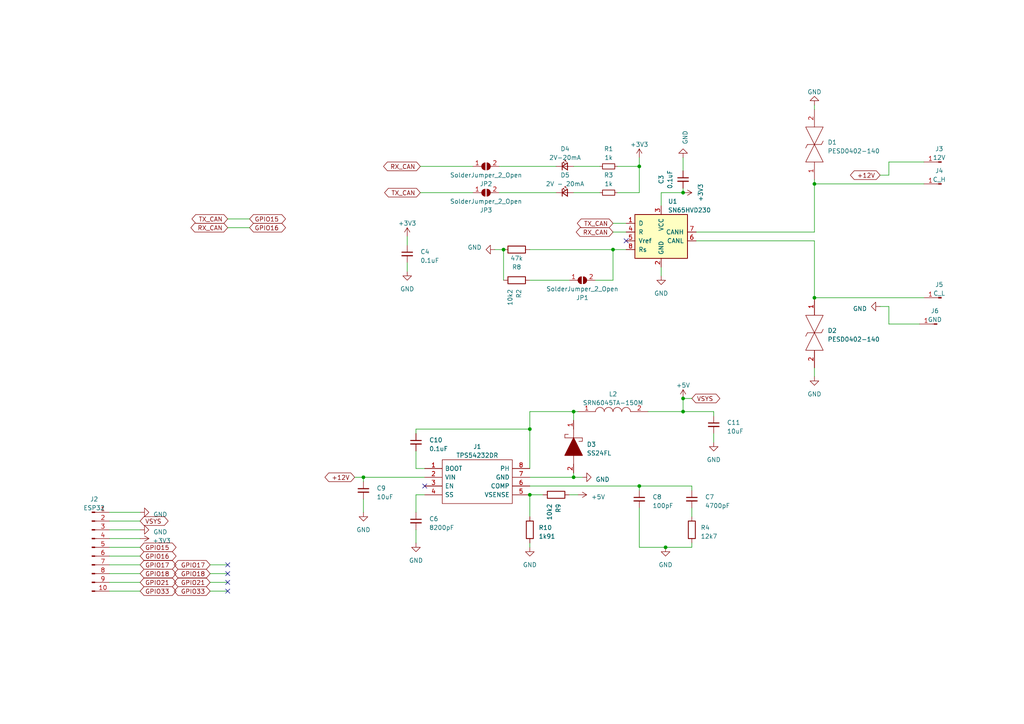
<source format=kicad_sch>
(kicad_sch (version 20230121) (generator eeschema)
  (paper "A4")
  (title_block (title "Main Schematic") (date "2024-04-25") (rev "1") (company "Martin Roger"))
  (lib_symbols
    (symbol "Connector:Conn_01x01_Pin" (pin_names (offset 1.016) hide)
      (property "Reference" "J" (at 0 2.54 0))
      (property "Value" "Conn_01x01_Pin" (at 0 -2.54 0))
      (symbol "Conn_01x01_Pin_1_1"
        (polyline (pts (xy 1.27 0) (xy 0.8636 0)) (stroke (width 0.1524)))
        (rectangle (start 0.8636 0.127) (end 0 -0.127) (stroke (width 0.1524)) (fill (type outline)))
        (pin passive line (at 5.08 0 180) (length 3.81) (name "Pin_1") (number "1"))
      )
    )
    (symbol "Connector:Conn_01x10_Pin" (pin_names (offset 1.016) hide)
      (property "Reference" "J" (at 0 12.7 0))
      (property "Value" "Conn_01x10_Pin" (at 0 -15.24 0))
      (symbol "Conn_01x10_Pin_1_1"
        (polyline (pts (xy 1.27 -12.7) (xy 0.8636 -12.7)) (stroke (width 0.1524)))
        (polyline (pts (xy 1.27 -10.16) (xy 0.8636 -10.16)) (stroke (width 0.1524)))
        (polyline (pts (xy 1.27 -7.62) (xy 0.8636 -7.62)) (stroke (width 0.1524)))
        (polyline (pts (xy 1.27 -5.08) (xy 0.8636 -5.08)) (stroke (width 0.1524)))
        (polyline (pts (xy 1.27 -2.54) (xy 0.8636 -2.54)) (stroke (width 0.1524)))
        (polyline (pts (xy 1.27 0) (xy 0.8636 0)) (stroke (width 0.1524)))
        (polyline (pts (xy 1.27 2.54) (xy 0.8636 2.54)) (stroke (width 0.1524)))
        (polyline (pts (xy 1.27 5.08) (xy 0.8636 5.08)) (stroke (width 0.1524)))
        (polyline (pts (xy 1.27 7.62) (xy 0.8636 7.62)) (stroke (width 0.1524)))
        (polyline (pts (xy 1.27 10.16) (xy 0.8636 10.16)) (stroke (width 0.1524)))
        (rectangle (start 0.8636 -12.573) (end 0 -12.827) (stroke (width 0.1524)) (fill (type outline)))
        (rectangle (start 0.8636 -10.033) (end 0 -10.287) (stroke (width 0.1524)) (fill (type outline)))
        (rectangle (start 0.8636 -7.493) (end 0 -7.747) (stroke (width 0.1524)) (fill (type outline)))
        (rectangle (start 0.8636 -4.953) (end 0 -5.207) (stroke (width 0.1524)) (fill (type outline)))
        (rectangle (start 0.8636 -2.413) (end 0 -2.667) (stroke (width 0.1524)) (fill (type outline)))
        (rectangle (start 0.8636 0.127) (end 0 -0.127) (stroke (width 0.1524)) (fill (type outline)))
        (rectangle (start 0.8636 2.667) (end 0 2.413) (stroke (width 0.1524)) (fill (type outline)))
        (rectangle (start 0.8636 5.207) (end 0 4.953) (stroke (width 0.1524)) (fill (type outline)))
        (rectangle (start 0.8636 7.747) (end 0 7.493) (stroke (width 0.1524)) (fill (type outline)))
        (rectangle (start 0.8636 10.287) (end 0 10.033) (stroke (width 0.1524)) (fill (type outline)))
        (pin passive line (at 5.08 10.16 180) (length 3.81) (name "Pin_1") (number "1"))
        (pin passive line (at 5.08 -12.7 180) (length 3.81) (name "Pin_10") (number "10"))
        (pin passive line (at 5.08 7.62 180) (length 3.81) (name "Pin_2") (number "2"))
        (pin passive line (at 5.08 5.08 180) (length 3.81) (name "Pin_3") (number "3"))
        (pin passive line (at 5.08 2.54 180) (length 3.81) (name "Pin_4") (number "4"))
        (pin passive line (at 5.08 0 180) (length 3.81) (name "Pin_5") (number "5"))
        (pin passive line (at 5.08 -2.54 180) (length 3.81) (name "Pin_6") (number "6"))
        (pin passive line (at 5.08 -5.08 180) (length 3.81) (name "Pin_7") (number "7"))
        (pin passive line (at 5.08 -7.62 180) (length 3.81) (name "Pin_8") (number "8"))
        (pin passive line (at 5.08 -10.16 180) (length 3.81) (name "Pin_9") (number "9"))
      )
    )
    (symbol "Device:C_Small" (pin_numbers hide) (pin_names (offset 0.254) hide)
      (property "Reference" "C" (at 0.254 1.778 0))
      (property "Value" "C_Small" (at 0.254 -2.032 0))
      (symbol "C_Small_0_1"
        (polyline (pts (xy -1.524 -0.508) (xy 1.524 -0.508)) (stroke (width 0.3302)))
        (polyline (pts (xy -1.524 0.508) (xy 1.524 0.508)) (stroke (width 0.3048)))
      )
      (symbol "C_Small_1_1"
        (pin passive line (at 0 2.54 270) (length 2.032) (name "~") (number "1"))
        (pin passive line (at 0 -2.54 90) (length 2.032) (name "~") (number "2"))
      )
    )
    (symbol "Device:LED_Small" (pin_numbers hide) (pin_names (offset 0.254) hide)
      (property "Reference" "D" (at -1.27 3.175 0))
      (property "Value" "LED_Small" (at -4.445 -2.54 0))
      (symbol "LED_Small_0_1"
        (polyline (pts (xy -0.762 -1.016) (xy -0.762 1.016)) (stroke (width 0.254)))
        (polyline (pts (xy 1.016 0) (xy -0.762 0)))
        (polyline (pts (xy 0.762 -1.016) (xy -0.762 0) (xy 0.762 1.016) (xy 0.762 -1.016)) (stroke (width 0.254)))
        (polyline (pts (xy 0 0.762) (xy -0.508 1.27) (xy -0.254 1.27) (xy -0.508 1.27) (xy -0.508 1.016)))
        (polyline (pts (xy 0.508 1.27) (xy 0 1.778) (xy 0.254 1.778) (xy 0 1.778) (xy 0 1.524)))
      )
      (symbol "LED_Small_1_1"
        (pin passive line (at -2.54 0 0) (length 1.778) (name "K") (number "1"))
        (pin passive line (at 2.54 0 180) (length 1.778) (name "A") (number "2"))
      )
    )
    (symbol "Device:R" (pin_numbers hide) (pin_names (offset 0))
      (property "Reference" "R" (at 2.032 0 90))
      (property "Value" "R" (at 0 0 90))
      (symbol "R_0_1"
        (rectangle (start -1.016 -2.54) (end 1.016 2.54) (stroke (width 0.254)))
      )
      (symbol "R_1_1"
        (pin passive line (at 0 3.81 270) (length 1.27) (name "~") (number "1"))
        (pin passive line (at 0 -3.81 90) (length 1.27) (name "~") (number "2"))
      )
    )
    (symbol "Device:R_Small" (pin_numbers hide) (pin_names (offset 0.254) hide)
      (property "Reference" "R" (at 0.762 0.508 0))
      (property "Value" "R_Small" (at 0.762 -1.016 0))
      (symbol "R_Small_0_1"
        (rectangle (start -0.762 1.778) (end 0.762 -1.778) (stroke (width 0.2032)))
      )
      (symbol "R_Small_1_1"
        (pin passive line (at 0 2.54 270) (length 0.762) (name "~") (number "1"))
        (pin passive line (at 0 -2.54 90) (length 0.762) (name "~") (number "2"))
      )
    )
    (symbol "Interface_CAN_LIN:SN65HVD230" (pin_names (offset 1.016))
      (property "Reference" "U" (at -2.54 10.16 0))
      (property "Value" "SN65HVD230" (at -2.54 7.62 0))
      (symbol "SN65HVD230_0_1"
        (rectangle (start -7.62 5.08) (end 7.62 -7.62) (stroke (width 0.254)) (fill (type background)))
      )
      (symbol "SN65HVD230_1_1"
        (pin input line (at -10.16 2.54 0) (length 2.54) (name "D") (number "1"))
        (pin power_in line (at 0 -10.16 90) (length 2.54) (name "GND") (number "2"))
        (pin power_in line (at 0 7.62 270) (length 2.54) (name "VCC") (number "3"))
        (pin output line (at -10.16 0 0) (length 2.54) (name "R") (number "4"))
        (pin output line (at -10.16 -2.54 0) (length 2.54) (name "Vref") (number "5"))
        (pin bidirectional line (at 10.16 -2.54 180) (length 2.54) (name "CANL") (number "6"))
        (pin bidirectional line (at 10.16 0 180) (length 2.54) (name "CANH") (number "7"))
        (pin input line (at -10.16 -5.08 0) (length 2.54) (name "Rs") (number "8"))
      )
    )
    (symbol "Jumper:SolderJumper_2_Open" (pin_names (offset 0) hide)
      (property "Reference" "JP" (at 0 2.032 0))
      (property "Value" "SolderJumper_2_Open" (at 0 -2.54 0))
      (symbol "SolderJumper_2_Open_0_1"
        (arc (start -0.254 1.016) (mid -1.2656 0) (end -0.254 -1.016))
        (arc (start -0.254 1.016) (mid -1.2656 0) (end -0.254 -1.016) (fill (type outline)))
        (polyline (pts (xy -0.254 1.016) (xy -0.254 -1.016)))
        (polyline (pts (xy 0.254 1.016) (xy 0.254 -1.016)))
        (arc (start 0.254 -1.016) (mid 1.2656 0) (end 0.254 1.016))
        (arc (start 0.254 -1.016) (mid 1.2656 0) (end 0.254 1.016) (fill (type outline)))
      )
      (symbol "SolderJumper_2_Open_1_1"
        (pin passive line (at -3.81 0 0) (length 2.54) (name "A") (number "1"))
        (pin passive line (at 3.81 0 180) (length 2.54) (name "B") (number "2"))
      )
    )
    (symbol "SamacSys_Parts:PESD0402-140" (pin_names (offset 0.762))
      (property "Reference" "D" (at 12.7 8.89 0))
      (property "Value" "PESD0402-140" (at 12.7 6.35 0))
      (symbol "PESD0402-140_0_0"
        (pin passive line (at 0 0 0) (length 5.08) (name "~") (number "1"))
        (pin passive line (at 20.32 0 180) (length 5.08) (name "~") (number "2"))
      )
      (symbol "PESD0402-140_0_1"
        (polyline (pts (xy 9.144 2.54) (xy 10.16 2.032)) (stroke (width 0.1524)))
        (polyline (pts (xy 10.16 -2.032) (xy 10.16 2.032)) (stroke (width 0.1524)))
        (polyline (pts (xy 10.16 -2.032) (xy 11.176 -2.54)) (stroke (width 0.1524)))
        (polyline (pts (xy 10.16 0) (xy 5.08 -2.54) (xy 5.08 2.54) (xy 10.16 0)) (stroke (width 0.1524)))
        (polyline (pts (xy 10.16 0) (xy 15.24 -2.54) (xy 15.24 2.54) (xy 10.16 0)) (stroke (width 0.1524)))
      )
    )
    (symbol "SamacSys_Parts:SRN6045TA-150M" (pin_names (offset 0.762))
      (property "Reference" "L" (at 16.51 6.35 0))
      (property "Value" "SRN6045TA-150M" (at 16.51 3.81 0))
      (symbol "SRN6045TA-150M_0_0"
        (pin passive line (at 0 0 0) (length 5.08) (name "~") (number "1"))
        (pin passive line (at 20.32 0 180) (length 5.08) (name "~") (number "2"))
      )
      (symbol "SRN6045TA-150M_0_1"
        (arc (start 7.62 0) (mid 6.35 1.2202) (end 5.08 0) (stroke (width 0.1524)))
        (arc (start 10.16 0) (mid 8.89 1.2202) (end 7.62 0) (stroke (width 0.1524)))
        (arc (start 12.7 0) (mid 11.43 1.2202) (end 10.16 0) (stroke (width 0.1524)))
        (arc (start 15.24 0) (mid 13.97 1.2202) (end 12.7 0) (stroke (width 0.1524)))
      )
    )
    (symbol "SamacSys_Parts:SS24FL" (pin_names (offset 0.762))
      (property "Reference" "D" (at 12.7 8.89 0))
      (property "Value" "SS24FL" (at 12.7 6.35 0))
      (symbol "SS24FL_0_0"
        (pin passive line (at 2.54 0 0) (length 2.54) (name "~") (number "1"))
        (pin passive line (at 17.78 0 180) (length 2.54) (name "~") (number "2"))
      )
      (symbol "SS24FL_0_1"
        (polyline (pts (xy 5.08 0) (xy 7.62 0)) (stroke (width 0.1524)))
        (polyline (pts (xy 7.62 2.54) (xy 7.62 -2.54)) (stroke (width 0.1524)))
        (polyline (pts (xy 12.7 0) (xy 15.24 0)) (stroke (width 0.1524)))
        (polyline (pts (xy 7.62 -2.54) (xy 6.604 -2.54) (xy 6.604 -1.524)) (stroke (width 0.1524)))
        (polyline (pts (xy 7.62 2.54) (xy 8.636 2.54) (xy 8.636 1.524)) (stroke (width 0.1524)))
        (polyline (pts (xy 7.62 0) (xy 12.7 2.54) (xy 12.7 -2.54) (xy 7.62 0)) (stroke (width 0.254)) (fill (type outline)))
      )
    )
    (symbol "SamacSys_Parts:TPS54232DR" (pin_names (offset 0.762))
      (property "Reference" "J" (at 26.67 7.62 0))
      (property "Value" "TPS54232DR" (at 26.67 5.08 0))
      (symbol "TPS54232DR_0_0"
        (pin passive line (at 0 0 0) (length 5.08) (name "BOOT") (number "1"))
        (pin passive line (at 0 -2.54 0) (length 5.08) (name "VIN") (number "2"))
        (pin passive line (at 0 -5.08 0) (length 5.08) (name "EN") (number "3"))
        (pin passive line (at 0 -7.62 0) (length 5.08) (name "SS") (number "4"))
        (pin passive line (at 30.48 -7.62 180) (length 5.08) (name "VSENSE") (number "5"))
        (pin passive line (at 30.48 -5.08 180) (length 5.08) (name "COMP") (number "6"))
        (pin passive line (at 30.48 -2.54 180) (length 5.08) (name "GND") (number "7"))
        (pin passive line (at 30.48 0 180) (length 5.08) (name "PH") (number "8"))
      )
      (symbol "TPS54232DR_0_1"
        (polyline (pts (xy 5.08 2.54) (xy 25.4 2.54) (xy 25.4 -10.16) (xy 5.08 -10.16) (xy 5.08 2.54)) (stroke (width 0.1524)))
      )
    )
    (symbol "power:+3V3" (power) (pin_names (offset 0))
      (property "Value" "+3V3" (at 0 3.556 0))
      (symbol "+3V3_0_1"
        (polyline (pts (xy -0.762 1.27) (xy 0 2.54)))
        (polyline (pts (xy 0 0) (xy 0 2.54)))
        (polyline (pts (xy 0 2.54) (xy 0.762 1.27)))
      )
      (symbol "+3V3_1_1"
        (pin power_in line (at 0 0 90) (length 0) hide (name "+3V3") (number "1"))
      )
    )
    (symbol "power:+5V" (power) (pin_names (offset 0))
      (property "Value" "+5V" (at 0 3.556 0))
      (symbol "+5V_0_1"
        (polyline (pts (xy -0.762 1.27) (xy 0 2.54)))
        (polyline (pts (xy 0 0) (xy 0 2.54)))
        (polyline (pts (xy 0 2.54) (xy 0.762 1.27)))
      )
      (symbol "+5V_1_1"
        (pin power_in line (at 0 0 90) (length 0) hide (name "+5V") (number "1"))
      )
    )
    (symbol "power:GND" (power) (pin_names (offset 0))
      (property "Value" "GND" (at 0 -3.81 0))
      (symbol "GND_0_1"
        (polyline (pts (xy 0 0) (xy 0 -1.27) (xy 1.27 -1.27) (xy 0 -2.54) (xy -1.27 -1.27) (xy 0 -1.27)))
      )
      (symbol "GND_1_1"
        (pin power_in line (at 0 0 270) (length 0) hide (name "GND") (number "1"))
      )
    )
  )
  (junction (at 177.8 72.39))
  (junction (at 236.22 86.36))
  (junction (at 166.37 119.38))
  (junction (at 198.12 115.57))
  (junction (at 153.67 124.46))
  (junction (at 105.41 138.43))
  (junction (at 153.67 143.51))
  (junction (at 146.05 72.39))
  (junction (at 198.12 119.38))
  (junction (at 193.04 158.75))
  (junction (at 185.42 48.26))
  (junction (at 198.12 55.88))
  (junction (at 166.37 138.43))
  (junction (at 185.42 140.97))
  (junction (at 236.22 53.34))
  (no_connect (at 123.19 140.97))
  (no_connect (at 181.61 69.85))
  (no_connect (at 66.04 166.37))
  (no_connect (at 66.04 168.91))
  (no_connect (at 66.04 163.83))
  (no_connect (at 66.04 171.45))
  (wire (pts (xy 257.81 88.9) (xy 255.27 88.9)))
  (wire (pts (xy 198.12 115.57) (xy 198.12 119.38)))
  (wire (pts (xy 153.67 81.28) (xy 165.1 81.28)))
  (wire (pts (xy 60.96 163.83) (xy 66.04 163.83)))
  (wire (pts (xy 177.8 67.31) (xy 181.61 67.31)))
  (wire (pts (xy 257.81 93.98) (xy 266.7 93.98)))
  (wire (pts (xy 166.37 55.88) (xy 173.99 55.88)))
  (wire (pts (xy 200.66 142.24) (xy 200.66 140.97)))
  (wire (pts (xy 177.8 72.39) (xy 181.61 72.39)))
  (wire (pts (xy 236.22 86.36) (xy 267.97 86.36)))
  (wire (pts (xy 121.92 55.88) (xy 137.16 55.88)))
  (wire (pts (xy 144.78 48.26) (xy 161.29 48.26)))
  (wire (pts (xy 179.07 55.88) (xy 185.42 55.88)))
  (wire (pts (xy 153.67 143.51) (xy 157.48 143.51)))
  (wire (pts (xy 31.75 166.37) (xy 40.64 166.37)))
  (wire (pts (xy 177.8 81.28) (xy 177.8 72.39)))
  (wire (pts (xy 153.67 124.46) (xy 120.65 124.46)))
  (wire (pts (xy 198.12 49.53) (xy 198.12 45.72)))
  (wire (pts (xy 105.41 144.78) (xy 105.41 148.59)))
  (wire (pts (xy 120.65 143.51) (xy 120.65 148.59)))
  (wire (pts (xy 166.37 138.43) (xy 153.67 138.43)))
  (wire (pts (xy 60.96 171.45) (xy 66.04 171.45)))
  (wire (pts (xy 144.78 55.88) (xy 161.29 55.88)))
  (wire (pts (xy 185.42 48.26) (xy 185.42 45.72)))
  (wire (pts (xy 31.75 163.83) (xy 40.64 163.83)))
  (wire (pts (xy 191.77 77.47) (xy 191.77 80.01)))
  (wire (pts (xy 177.8 64.77) (xy 181.61 64.77)))
  (wire (pts (xy 121.92 48.26) (xy 137.16 48.26)))
  (wire (pts (xy 31.75 161.29) (xy 40.64 161.29)))
  (wire (pts (xy 60.96 168.91) (xy 66.04 168.91)))
  (wire (pts (xy 123.19 143.51) (xy 120.65 143.51)))
  (wire (pts (xy 207.01 125.73) (xy 207.01 128.27)))
  (wire (pts (xy 166.37 119.38) (xy 166.37 121.92)))
  (wire (pts (xy 143.51 72.39) (xy 146.05 72.39)))
  (wire (pts (xy 207.01 119.38) (xy 207.01 120.65)))
  (wire (pts (xy 201.93 69.85) (xy 236.22 69.85)))
  (wire (pts (xy 198.12 115.57) (xy 200.66 115.57)))
  (wire (pts (xy 118.11 68.58) (xy 118.11 71.12)))
  (wire (pts (xy 255.27 50.8) (xy 257.81 50.8)))
  (wire (pts (xy 120.65 130.81) (xy 120.65 135.89)))
  (wire (pts (xy 201.93 67.31) (xy 236.22 67.31)))
  (wire (pts (xy 172.72 81.28) (xy 177.8 81.28)))
  (wire (pts (xy 236.22 106.68) (xy 236.22 109.22)))
  (wire (pts (xy 66.04 66.04) (xy 72.39 66.04)))
  (wire (pts (xy 166.37 48.26) (xy 173.99 48.26)))
  (wire (pts (xy 31.75 151.13) (xy 40.64 151.13)))
  (wire (pts (xy 193.04 158.75) (xy 185.42 158.75)))
  (wire (pts (xy 166.37 119.38) (xy 153.67 119.38)))
  (wire (pts (xy 257.81 50.8) (xy 257.81 46.99)))
  (wire (pts (xy 123.19 135.89) (xy 120.65 135.89)))
  (wire (pts (xy 118.11 76.2) (xy 118.11 78.74)))
  (wire (pts (xy 200.66 157.48) (xy 200.66 158.75)))
  (wire (pts (xy 198.12 119.38) (xy 207.01 119.38)))
  (wire (pts (xy 166.37 137.16) (xy 166.37 138.43)))
  (wire (pts (xy 185.42 140.97) (xy 185.42 142.24)))
  (wire (pts (xy 31.75 156.21) (xy 40.64 156.21)))
  (wire (pts (xy 257.81 88.9) (xy 257.81 93.98)))
  (wire (pts (xy 198.12 55.88) (xy 191.77 55.88)))
  (wire (pts (xy 236.22 69.85) (xy 236.22 86.36)))
  (wire (pts (xy 166.37 119.38) (xy 167.64 119.38)))
  (wire (pts (xy 120.65 124.46) (xy 120.65 125.73)))
  (wire (pts (xy 257.81 46.99) (xy 267.97 46.99)))
  (wire (pts (xy 102.87 138.43) (xy 105.41 138.43)))
  (wire (pts (xy 185.42 140.97) (xy 200.66 140.97)))
  (wire (pts (xy 60.96 166.37) (xy 66.04 166.37)))
  (wire (pts (xy 105.41 138.43) (xy 105.41 139.7)))
  (wire (pts (xy 31.75 153.67) (xy 40.64 153.67)))
  (wire (pts (xy 236.22 53.34) (xy 236.22 67.31)))
  (wire (pts (xy 200.66 147.32) (xy 200.66 149.86)))
  (wire (pts (xy 31.75 148.59) (xy 40.64 148.59)))
  (wire (pts (xy 153.67 143.51) (xy 153.67 149.86)))
  (wire (pts (xy 31.75 158.75) (xy 40.64 158.75)))
  (wire (pts (xy 146.05 72.39) (xy 146.05 81.28)))
  (wire (pts (xy 153.67 72.39) (xy 177.8 72.39)))
  (wire (pts (xy 31.75 171.45) (xy 40.64 171.45)))
  (wire (pts (xy 166.37 138.43) (xy 168.91 138.43)))
  (wire (pts (xy 193.04 158.75) (xy 200.66 158.75)))
  (wire (pts (xy 31.75 168.91) (xy 40.64 168.91)))
  (wire (pts (xy 236.22 52.07) (xy 236.22 53.34)))
  (wire (pts (xy 66.04 63.5) (xy 72.39 63.5)))
  (wire (pts (xy 153.67 135.89) (xy 153.67 124.46)))
  (wire (pts (xy 153.67 140.97) (xy 185.42 140.97)))
  (wire (pts (xy 236.22 30.48) (xy 236.22 31.75)))
  (wire (pts (xy 187.96 119.38) (xy 198.12 119.38)))
  (wire (pts (xy 105.41 138.43) (xy 123.19 138.43)))
  (wire (pts (xy 120.65 153.67) (xy 120.65 157.48)))
  (wire (pts (xy 179.07 48.26) (xy 185.42 48.26)))
  (wire (pts (xy 165.1 143.51) (xy 167.64 143.51)))
  (wire (pts (xy 185.42 147.32) (xy 185.42 158.75)))
  (wire (pts (xy 198.12 55.88) (xy 198.12 54.61)))
  (wire (pts (xy 153.67 157.48) (xy 153.67 158.75)))
  (wire (pts (xy 236.22 53.34) (xy 267.97 53.34)))
  (wire (pts (xy 191.77 55.88) (xy 191.77 59.69)))
  (wire (pts (xy 153.67 119.38) (xy 153.67 124.46)))
  (wire (pts (xy 185.42 55.88) (xy 185.42 48.26)))
  (global_label "GPIO16" (shape bidirectional) (at 40.64 161.29 0) (property "Intersheetrefs" "${INTERSHEET_REFS}" (effects hide)))
  (global_label "RX_CAN" (shape bidirectional) (at 66.04 66.04 180) (property "Intersheetrefs" "${INTERSHEET_REFS}" (effects hide)))
  (global_label "GPIO21" (shape bidirectional) (at 40.64 168.91 0) (property "Intersheetrefs" "${INTERSHEET_REFS}" (effects hide)))
  (global_label "+12V" (shape bidirectional) (at 102.87 138.43 180) (property "Intersheetrefs" "${INTERSHEET_REFS}" (effects hide)))
  (global_label "GPIO18" (shape bidirectional) (at 40.64 166.37 0) (property "Intersheetrefs" "${INTERSHEET_REFS}" (effects hide)))
  (global_label "GPIO17" (shape bidirectional) (at 40.64 163.83 0) (property "Intersheetrefs" "${INTERSHEET_REFS}" (effects hide)))
  (global_label "VSYS" (shape bidirectional) (at 200.66 115.57 0) (property "Intersheetrefs" "${INTERSHEET_REFS}" (effects hide)))
  (global_label "GPIO33" (shape bidirectional) (at 40.64 171.45 0) (property "Intersheetrefs" "${INTERSHEET_REFS}" (effects hide)))
  (global_label "GPIO17" (shape bidirectional) (at 60.96 163.83 180) (property "Intersheetrefs" "${INTERSHEET_REFS}" (effects hide)))
  (global_label "GPIO33" (shape bidirectional) (at 60.96 171.45 180) (property "Intersheetrefs" "${INTERSHEET_REFS}" (effects hide)))
  (global_label "VSYS" (shape bidirectional) (at 40.64 151.13 0) (property "Intersheetrefs" "${INTERSHEET_REFS}" (effects hide)))
  (global_label "TX_CAN" (shape bidirectional) (at 121.92 55.88 180) (property "Intersheetrefs" "${INTERSHEET_REFS}" (effects hide)))
  (global_label "GPIO15" (shape bidirectional) (at 40.64 158.75 0) (property "Intersheetrefs" "${INTERSHEET_REFS}" (effects hide)))
  (global_label "RX_CAN" (shape bidirectional) (at 177.8 67.31 180) (property "Intersheetrefs" "${INTERSHEET_REFS}" (effects hide)))
  (global_label "GPIO21" (shape bidirectional) (at 60.96 168.91 180) (property "Intersheetrefs" "${INTERSHEET_REFS}" (effects hide)))
  (global_label "RX_CAN" (shape bidirectional) (at 121.92 48.26 180) (property "Intersheetrefs" "${INTERSHEET_REFS}" (effects hide)))
  (global_label "GPIO18" (shape bidirectional) (at 60.96 166.37 180) (property "Intersheetrefs" "${INTERSHEET_REFS}" (effects hide)))
  (global_label "GPIO15" (shape bidirectional) (at 72.39 63.5 0) (property "Intersheetrefs" "${INTERSHEET_REFS}" (effects hide)))
  (global_label "GPIO16" (shape bidirectional) (at 72.39 66.04 0) (property "Intersheetrefs" "${INTERSHEET_REFS}" (effects hide)))
  (global_label "+12V" (shape bidirectional) (at 255.27 50.8 180) (property "Intersheetrefs" "${INTERSHEET_REFS}" (effects hide)))
  (global_label "TX_CAN" (shape bidirectional) (at 66.04 63.5 180) (property "Intersheetrefs" "${INTERSHEET_REFS}" (effects hide)))
  (global_label "TX_CAN" (shape bidirectional) (at 177.8 64.77 180) (property "Intersheetrefs" "${INTERSHEET_REFS}" (effects hide)))
  (symbol (lib_id "Jumper:SolderJumper_2_Open") (at 140.97 55.88 0) (mirror x) (unit 1)
    (property "Reference" "JP3" (at 140.97 60.96 0))
    (property "Value" "SolderJumper_2_Open" (at 140.97 58.42 0))
    (property "Footprint" "Jumper:SolderJumper-2_P1.3mm_Open_RoundedPad1.0x1.5mm" (effects hide))
  )
  (symbol (lib_id "Device:R") (at 149.86 81.28 90) (unit 1)
    (property "Reference" "R2" (at 150.495 83.82 0) (effects (justify right)))
    (property "Value" "10k2" (at 147.955 83.82 0) (effects (justify right)))
    (property "Footprint" "Resistor_SMD:R_0603_1608Metric" (effects hide))
    (property "Datasheet" "https://www.yageo.com/upload/media/product/products/datasheet/rchip/PYu-RC_Group_51_RoHS_L_12.pdf" (effects hide))
    (property "Description" "RES 10.2K OHM 1% 1/10W 0603" (effects hide))
    (property "Manufacturer_Name" "YAGEO" (effects hide))
    (property "Manufacturer_Part_Number" "RC0603FR-0710K2L" (effects hide))
  )
  (symbol (lib_id "Device:R") (at 149.86 72.39 270) (mirror x) (unit 1)
    (property "Reference" "R8" (at 149.86 77.47 90))
    (property "Value" "47k" (at 149.86 74.93 90))
    (property "Footprint" "Resistor_SMD:R_0603_1608Metric" (effects hide))
    (property "Datasheet" "https://industrial.panasonic.com/cdbs/www-data/pdf/RDA0000/AOA0000C304.pdf" (effects hide))
    (property "Description" "RES SMD 47K OHM 1% 1/10W 0603" (effects hide))
    (property "Manufacturer_Name" "Panasonic Electronic Components" (effects hide))
    (property "Manufacturer_Part_Number" "ERJ-3EKF4702V" (effects hide))
  )
  (symbol (lib_id "power:GND") (at 40.64 153.67 90) (unit 1)
    (property "Reference" "#PWR07" (effects hide))
    (property "Value" "GND" (at 44.45 154.305 90) (effects (justify right)))
  )
  (symbol (lib_id "SamacSys_Parts:PESD0402-140") (at 236.22 86.36 270) (unit 1)
    (property "Reference" "D2" (at 240.03 95.885 90) (effects (justify left)))
    (property "Value" "PESD0402-140" (at 240.03 98.425 90) (effects (justify left)))
    (property "Footprint" "SamacSys_Parts:DIONC1005X43N" (effects hide))
    (property "Datasheet" "https://www.littelfuse.com/~/media/electronics/product_specifications/polymer_esd_suppressors/littelfuse_polymer_esd_suppressor_pesd0402_140_product_specification.pdf.pdf" (effects hide))
    (property "Description" "LITTELFUSE - PESD0402-140 - ESD SUPPRESSOR, 0402, 14V, 0.25PF" (effects hide))
    (property "Height" "0.43" (effects hide))
    (property "Manufacturer_Name" "LITTELFUSE" (effects hide))
    (property "Manufacturer_Part_Number" "PESD0402-140" (effects hide))
    (property "Mouser Part Number" "650-PESD0402-140" (effects hide))
    (property "Mouser Price/Stock" "https://www.mouser.co.uk/ProductDetail/Littelfuse/PESD0402-140?qs=y1EbU1W0OrtTHVfbQV6MTg%3D%3D" (effects hide))
    (property "Arrow Part Number" "PESD0402-140" (effects hide))
    (property "Arrow Price/Stock" "https://www.arrow.com/en/products/pesd0402-140/littelfuse?region=nac" (effects hide))
  )
  (symbol (lib_id "Connector:Conn_01x10_Pin") (at 26.67 158.75 0) (unit 1) (in_bom no)
    (property "Reference" "J2" (at 27.305 144.78 0))
    (property "Value" "ESP32" (at 27.305 147.32 0))
    (property "Footprint" "Connector_PinHeader_2.54mm:PinHeader_1x10_P2.54mm_Vertical" (effects hide))
  )
  (symbol (lib_id "power:GND") (at 153.67 158.75 0) (unit 1)
    (property "Reference" "#PWR025" (effects hide))
    (property "Value" "GND" (at 153.67 163.83 0))
  )
  (symbol (lib_id "power:GND") (at 168.91 138.43 90) (unit 1)
    (property "Reference" "#PWR022" (effects hide))
    (property "Value" "GND" (at 172.72 139.065 90) (effects (justify right)))
  )
  (symbol (lib_id "power:GND") (at 191.77 80.01 0) (unit 1)
    (property "Reference" "#PWR010" (effects hide))
    (property "Value" "GND" (at 191.77 85.09 0))
  )
  (symbol (lib_id "Device:C_Small") (at 198.12 52.07 0) (unit 1)
    (property "Reference" "C3" (at 191.77 52.07 90))
    (property "Value" "0.1uF" (at 194.31 52.07 90))
    (property "Footprint" "Capacitor_SMD:C_0603_1608Metric" (effects hide))
    (property "Datasheet" "https://www.yageo.com/upload/media/product/app/datasheet/mlcc/upy-gphc_x7r_6_3v-to-250v.pdf" (effects hide))
    (property "Description" "CAP CER 0.1UF 16V X7R 0603" (effects hide))
    (property "Manufacturer_Name" "YAGEO" (effects hide))
    (property "Manufacturer_Part_Number" "CC0603KRX7R7BB104" (effects hide))
  )
  (symbol (lib_id "Device:C_Small") (at 120.65 128.27 0) (unit 1)
    (property "Reference" "C10" (at 124.46 127.635 0) (effects (justify left)))
    (property "Value" "0.1uF" (at 124.46 130.175 0) (effects (justify left)))
    (property "Footprint" "Capacitor_SMD:C_0603_1608Metric" (effects hide))
    (property "Datasheet" "https://www.yageo.com/upload/media/product/app/datasheet/mlcc/upy-gphc_x7r_6_3v-to-250v.pdf" (effects hide))
    (property "Description" "CAP CER 0.1UF 16V X7R 0603" (effects hide))
    (property "Manufacturer_Name" "YAGEO" (effects hide))
    (property "Manufacturer_Part_Number" "CC0603KRX7R7BB104" (effects hide))
  )
  (symbol (lib_id "power:GND") (at 40.64 148.59 90) (unit 1)
    (property "Reference" "#PWR08" (effects hide))
    (property "Value" "GND" (at 44.45 149.225 90) (effects (justify right)))
  )
  (symbol (lib_id "power:GND") (at 198.12 45.72 180) (unit 1)
    (property "Reference" "#PWR012" (effects hide))
    (property "Value" "GND" (at 198.755 41.91 90) (effects (justify right)))
  )
  (symbol (lib_id "Device:R") (at 161.29 143.51 90) (unit 1)
    (property "Reference" "R9" (at 161.925 146.05 0) (effects (justify right)))
    (property "Value" "10k2" (at 159.385 146.05 0) (effects (justify right)))
    (property "Footprint" "Resistor_SMD:R_0603_1608Metric" (effects hide))
    (property "Datasheet" "https://www.yageo.com/upload/media/product/products/datasheet/rchip/PYu-RC_Group_51_RoHS_L_12.pdf" (effects hide))
    (property "Description" "RES 10.2K OHM 1% 1/10W 0603" (effects hide))
    (property "Manufacturer_Name" "YAGEO" (effects hide))
    (property "Manufacturer_Part_Number" "RC0603FR-0710K2L" (effects hide))
  )
  (symbol (lib_id "Interface_CAN_LIN:SN65HVD230") (at 191.77 67.31 0) (unit 1)
    (property "Reference" "U1" (at 193.7259 58.42 0) (effects (justify left)))
    (property "Value" "SN65HVD230" (at 193.7259 60.96 0) (effects (justify left)))
    (property "Footprint" "Package_SO:SOIC-8_3.9x4.9mm_P1.27mm" (effects hide))
    (property "Datasheet" "http://www.ti.com/lit/ds/symlink/sn65hvd230.pdf" (effects hide))
  )
  (symbol (lib_id "Device:C_Small") (at 200.66 144.78 0) (unit 1)
    (property "Reference" "C7" (at 204.47 144.145 0) (effects (justify left)))
    (property "Value" "4700pF" (at 204.47 146.685 0) (effects (justify left)))
    (property "Footprint" "Capacitor_SMD:C_0603_1608Metric" (effects hide))
    (property "Datasheet" "https://connect.kemet.com:7667/gateway/IntelliData-ComponentDocumentation/1.0/download/datasheet/C0603C472K4RACTU" (effects hide))
    (property "Description" "CAP CER 4700PF 16V X7R 0603" (effects hide))
    (property "Manufacturer_Name" "KEMET" (effects hide))
    (property "Manufacturer_Part_Number" "C0603C472K4RAC7867" (effects hide))
  )
  (symbol (lib_id "Device:C_Small") (at 207.01 123.19 0) (unit 1)
    (property "Reference" "C11" (at 210.82 122.555 0) (effects (justify left)))
    (property "Value" "10uF" (at 210.82 125.095 0) (effects (justify left)))
    (property "Footprint" "Capacitor_SMD:C_0603_1608Metric" (effects hide))
    (property "Datasheet" "https://mm.digikey.com/Volume0/opasdata/d220001/medias/docus/43/CL10A106KP8NNNC_Spec.pdf" (effects hide))
    (property "Description" "CAP CER 10UF 10V X5R 0603" (effects hide))
    (property "Manufacturer_Part_Number" "CL10A106KP8NNNC" (effects hide))
    (property "Manufacturer_Name" "SAMSUNG" (effects hide))
  )
  (symbol (lib_id "Device:C_Small") (at 118.11 73.66 0) (unit 1)
    (property "Reference" "C4" (at 121.92 73.025 0) (effects (justify left)))
    (property "Value" "0.1uF" (at 121.92 75.565 0) (effects (justify left)))
    (property "Footprint" "Capacitor_SMD:C_0603_1608Metric" (effects hide))
    (property "Datasheet" "https://www.yageo.com/upload/media/product/app/datasheet/mlcc/upy-gphc_x7r_6_3v-to-250v.pdf" (effects hide))
    (property "Description" "CAP CER 0.1UF 16V X7R 0603" (effects hide))
    (property "Manufacturer_Name" "YAGEO" (effects hide))
    (property "Manufacturer_Part_Number" "CC0603KRX7R7BB104" (effects hide))
  )
  (symbol (lib_id "Connector:Conn_01x01_Pin") (at 271.78 93.98 180) (unit 1) (in_bom no)
    (property "Reference" "J6" (at 271.145 90.17 0))
    (property "Value" "GND" (at 271.145 92.71 0))
    (property "Footprint" "Connector_PinHeader_2.54mm:PinHeader_1x01_P2.54mm_Vertical" (effects hide))
  )
  (symbol (lib_id "Device:C_Small") (at 105.41 142.24 0) (unit 1)
    (property "Reference" "C9" (at 109.22 141.605 0) (effects (justify left)))
    (property "Value" "10uF" (at 109.22 144.145 0) (effects (justify left)))
    (property "Footprint" "Capacitor_SMD:C_1206_3216Metric" (effects hide))
    (property "Datasheet" "https://mm.digikey.com/Volume0/opasdata/d220001/medias/docus/658/CL31B106KAHNNNE_Spec.pdf" (effects hide))
    (property "Description" "CAP CER 10UF 25V X7R 1206" (effects hide))
    (property "Manufacturer_Name" "SAMSUNG" (effects hide))
    (property "Manufacturer_Part_Number" "CL31B106KAHNNNE" (effects hide))
  )
  (symbol (lib_id "power:GND") (at 255.27 88.9 270) (unit 1)
    (property "Reference" "#PWR021" (effects hide))
    (property "Value" "GND" (at 251.46 89.535 90) (effects (justify right)))
  )
  (symbol (lib_id "power:GND") (at 143.51 72.39 270) (unit 1)
    (property "Reference" "#PWR04" (effects hide))
    (property "Value" "GND" (at 139.7 71.755 90) (effects (justify right)))
  )
  (symbol (lib_id "Device:LED_Small") (at 163.83 48.26 0) (unit 1)
    (property "Reference" "D4" (at 163.8935 43.18 0))
    (property "Value" "2V-20mA" (at 163.8935 45.72 0))
    (property "Footprint" "LED_SMD:LED_0603_1608Metric" (effects hide))
    (property "Datasheet" "https://mm.digikey.com/Volume0/opasdata/d220001/medias/docus/3697/B1911UD--20D001014U1930.pdf" (effects hide))
    (property "Description" "LED ORANGE DIFFUSED 0603 SMD" (effects hide))
    (property "Manufacturer_Name" "Harvatek Corporation" (effects hide))
    (property "Manufacturer_Part_Number" "B1911UD--20D001014U1930" (effects hide))
  )
  (symbol (lib_id "SamacSys_Parts:PESD0402-140") (at 236.22 52.07 90) (unit 1)
    (property "Reference" "D1" (at 240.03 41.275 90) (effects (justify right)))
    (property "Value" "PESD0402-140" (at 240.03 43.815 90) (effects (justify right)))
    (property "Footprint" "SamacSys_Parts:DIONC1005X43N" (effects hide))
    (property "Datasheet" "https://www.littelfuse.com/~/media/electronics/product_specifications/polymer_esd_suppressors/littelfuse_polymer_esd_suppressor_pesd0402_140_product_specification.pdf.pdf" (effects hide))
    (property "Description" "LITTELFUSE - PESD0402-140 - ESD SUPPRESSOR, 0402, 14V, 0.25PF" (effects hide))
    (property "Height" "0.43" (effects hide))
    (property "Manufacturer_Name" "LITTELFUSE" (effects hide))
    (property "Manufacturer_Part_Number" "PESD0402-140" (effects hide))
    (property "Mouser Part Number" "650-PESD0402-140" (effects hide))
    (property "Mouser Price/Stock" "https://www.mouser.co.uk/ProductDetail/Littelfuse/PESD0402-140?qs=y1EbU1W0OrtTHVfbQV6MTg%3D%3D" (effects hide))
    (property "Arrow Part Number" "PESD0402-140" (effects hide))
    (property "Arrow Price/Stock" "https://www.arrow.com/en/products/pesd0402-140/littelfuse?region=nac" (effects hide))
  )
  (symbol (lib_id "power:+5V") (at 167.64 143.51 270) (unit 1)
    (property "Reference" "#PWR026" (effects hide))
    (property "Value" "+5V" (at 171.45 144.145 90) (effects (justify left)))
  )
  (symbol (lib_id "Device:R_Small") (at 176.53 48.26 90) (unit 1)
    (property "Reference" "R1" (at 176.53 43.18 90))
    (property "Value" "1k" (at 176.53 45.72 90))
    (property "Footprint" "Resistor_SMD:R_0603_1608Metric" (effects hide))
    (property "Datasheet" "https://www.yageo.com/upload/media/product/products/datasheet/rchip/PYu-RC_Group_51_RoHS_L_12.pdf" (effects hide))
    (property "Description" "RES 1K OHM 1% 1/10W 0603" (effects hide))
    (property "Manufacturer_Name" "YAGEO" (effects hide))
    (property "Manufacturer_Part_Number" "RC0603FR-071KL" (effects hide))
  )
  (symbol (lib_id "SamacSys_Parts:TPS54232DR") (at 123.19 135.89 0) (unit 1)
    (property "Reference" "J1" (at 138.43 129.54 0))
    (property "Value" "TPS54232DR" (at 138.43 132.08 0))
    (property "Footprint" "SamacSys_Parts:SOIC127P600X175-8N" (effects hide))
    (property "Datasheet" "http://www.ti.com/general/docs/suppproductinfo.tsp?distId=10&gotoUrl=http%3A%2F%2Fwww.ti.com%2Flit%2Fgpn%2Ftps54232" (effects hide))
    (property "Description" "TEXAS INSTRUMENTS - TPS54232DR - DC-DC Switching Buck Step Down Regulator, Adjustable, 3.5V-28Vin, 1 MHz, 0.8V-25V/2Aout, SOIC-8" (effects hide))
    (property "Height" "1.75" (effects hide))
    (property "Manufacturer_Name" "Texas Instruments" (effects hide))
    (property "Manufacturer_Part_Number" "TPS54232DR" (effects hide))
    (property "Mouser Part Number" "595-TPS54232DR" (effects hide))
    (property "Mouser Price/Stock" "https://www.mouser.co.uk/ProductDetail/Texas-Instruments/TPS54232DR?qs=7IaIRco65pmiGIR3AGvboA%3D%3D" (effects hide))
    (property "Arrow Part Number" "TPS54232DR" (effects hide))
    (property "Arrow Price/Stock" "https://www.arrow.com/en/products/tps54232dr/texas-instruments?region=nac" (effects hide))
  )
  (symbol (lib_id "power:GND") (at 236.22 109.22 0) (unit 1)
    (property "Reference" "#PWR020" (effects hide))
    (property "Value" "GND" (at 236.22 114.3 0))
  )
  (symbol (lib_id "Device:R") (at 153.67 153.67 180) (unit 1)
    (property "Reference" "R10" (at 156.21 153.035 0) (effects (justify right)))
    (property "Value" "1k91" (at 156.21 155.575 0) (effects (justify right)))
    (property "Footprint" "Resistor_SMD:R_0603_1608Metric" (effects hide))
    (property "Datasheet" "https://www.yageo.com/upload/media/product/products/datasheet/rchip/PYu-RC_Group_51_RoHS_L_12.pdf" (effects hide))
    (property "Description" "RES 1.91K OHM 1% 1/10W 0603" (effects hide))
    (property "Manufacturer_Name" "YAGEO" (effects hide))
    (property "Manufacturer_Part_Number" "RC0603FR-071K91L" (effects hide))
  )
  (symbol (lib_id "power:+3V3") (at 118.11 68.58 0) (unit 1)
    (property "Reference" "#PWR017" (effects hide))
    (property "Value" "+3V3" (at 118.11 64.77 0))
  )
  (symbol (lib_id "Jumper:SolderJumper_2_Open") (at 140.97 48.26 0) (mirror x) (unit 1)
    (property "Reference" "JP2" (at 140.97 53.34 0))
    (property "Value" "SolderJumper_2_Open" (at 140.97 50.8 0))
    (property "Footprint" "Jumper:SolderJumper-2_P1.3mm_Open_RoundedPad1.0x1.5mm" (effects hide))
  )
  (symbol (lib_id "power:GND") (at 207.01 128.27 0) (unit 1)
    (property "Reference" "#PWR023" (effects hide))
    (property "Value" "GND" (at 207.01 133.35 0))
  )
  (symbol (lib_id "power:GND") (at 118.11 78.74 0) (unit 1)
    (property "Reference" "#PWR018" (effects hide))
    (property "Value" "GND" (at 118.11 83.82 0))
  )
  (symbol (lib_id "Device:R") (at 200.66 153.67 180) (unit 1)
    (property "Reference" "R4" (at 203.2 153.035 0) (effects (justify right)))
    (property "Value" "12k7" (at 203.2 155.575 0) (effects (justify right)))
    (property "Footprint" "Resistor_SMD:R_0603_1608Metric" (effects hide))
    (property "Datasheet" "https://www.yageo.com/upload/media/product/products/datasheet/rchip/PYu-RC_Group_51_RoHS_L_12.pdf" (effects hide))
    (property "Description" "RES 12.7K OHM 1% 1/10W 0603" (effects hide))
    (property "Manufacturer_Name" "YAGEO" (effects hide))
    (property "Manufacturer_Part_Number" "RC0603FR-0712K7L" (effects hide))
  )
  (symbol (lib_id "SamacSys_Parts:SS24FL") (at 166.37 119.38 270) (unit 1)
    (property "Reference" "D3" (at 170.18 128.905 90) (effects (justify left)))
    (property "Value" "SS24FL" (at 170.18 131.445 90) (effects (justify left)))
    (property "Footprint" "SamacSys_Parts:SODFL3617X108N" (effects hide))
    (property "Datasheet" "https://www.onsemi.com/pub/Collateral/SS26FL-D.PDF" (effects hide))
    (property "Description" "ON SEMICONDUCTOR - SS24FL - SCHOTTKY RECT, AEC-Q101, 40V, SOD-123F" (effects hide))
    (property "Height" "1.08" (effects hide))
    (property "Manufacturer_Name" "onsemi" (effects hide))
    (property "Manufacturer_Part_Number" "SS24FL" (effects hide))
    (property "Mouser Part Number" "512-SS24FL" (effects hide))
    (property "Mouser Price/Stock" "https://www.mouser.co.uk/ProductDetail/onsemi-Fairchild/SS24FL?qs=tqW9UTzndZyvT5hdH%252BfSxg%3D%3D" (effects hide))
    (property "Arrow Part Number" "SS24FL" (effects hide))
    (property "Arrow Price/Stock" "https://www.arrow.com/en/products/ss24fl/on-semiconductor?region=nac" (effects hide))
  )
  (symbol (lib_id "power:+5V") (at 198.12 115.57 0) (unit 1)
    (property "Reference" "#PWR024" (effects hide))
    (property "Value" "+5V" (at 198.12 111.76 0))
  )
  (symbol (lib_id "Device:C_Small") (at 185.42 144.78 0) (unit 1)
    (property "Reference" "C8" (at 189.23 144.145 0) (effects (justify left)))
    (property "Value" "100pF" (at 189.23 146.685 0) (effects (justify left)))
    (property "Footprint" "Capacitor_SMD:C_0603_1608Metric" (effects hide))
    (property "Datasheet" "https://datasheets.kyocera-avx.com/KGM_X7R.pdf" (effects hide))
    (property "Description" "CAP CER 100PF 16V X7R 0603" (effects hide))
    (property "Manufacturer_Name" "KYOCERA AVX" (effects hide))
    (property "Manufacturer_Part_Number" "KGM15AR71C101KT" (effects hide))
  )
  (symbol (lib_id "power:+3V3") (at 40.64 156.21 270) (unit 1)
    (property "Reference" "#PWR06" (effects hide))
    (property "Value" "+3V3" (at 44.235 156.845 90) (effects (justify left)))
  )
  (symbol (lib_id "power:GND") (at 120.65 157.48 0) (unit 1)
    (property "Reference" "#PWR028" (effects hide))
    (property "Value" "GND" (at 120.65 162.56 0))
  )
  (symbol (lib_id "Connector:Conn_01x01_Pin") (at 273.05 46.99 180) (unit 1) (in_bom no)
    (property "Reference" "J3" (at 272.415 43.18 0))
    (property "Value" "12V" (at 272.415 45.72 0))
    (property "Footprint" "Connector_PinHeader_2.54mm:PinHeader_1x01_P2.54mm_Vertical" (effects hide))
  )
  (symbol (lib_id "power:GND") (at 105.41 148.59 0) (unit 1)
    (property "Reference" "#PWR029" (effects hide))
    (property "Value" "GND" (at 105.41 153.67 0))
  )
  (symbol (lib_id "Connector:Conn_01x01_Pin") (at 273.05 86.36 180) (unit 1) (in_bom no)
    (property "Reference" "J5" (at 272.415 82.55 0))
    (property "Value" "C_L" (at 272.415 85.09 0))
    (property "Footprint" "Connector_PinHeader_2.54mm:PinHeader_1x01_P2.54mm_Vertical" (effects hide))
  )
  (symbol (lib_id "power:GND") (at 236.22 30.48 180) (unit 1)
    (property "Reference" "#PWR019" (effects hide))
    (property "Value" "GND" (at 236.22 26.67 0))
  )
  (symbol (lib_id "Connector:Conn_01x01_Pin") (at 273.05 53.34 180) (unit 1) (in_bom no)
    (property "Reference" "J4" (at 272.415 49.53 0))
    (property "Value" "C_H" (at 272.415 52.07 0))
    (property "Footprint" "Connector_PinHeader_2.54mm:PinHeader_1x01_P2.54mm_Vertical" (effects hide))
  )
  (symbol (lib_id "Device:C_Small") (at 120.65 151.13 0) (unit 1)
    (property "Reference" "C6" (at 124.46 150.495 0) (effects (justify left)))
    (property "Value" "8200pF" (at 124.46 153.035 0) (effects (justify left)))
    (property "Footprint" "Capacitor_SMD:C_0603_1608Metric" (effects hide))
    (property "Datasheet" "https://connect.kemet.com:7667/gateway/IntelliData-ComponentDocumentation/1.0/download/datasheet/C0603C822J3GACTU" (effects hide))
    (property "Description" "CAP CER 8200PF 25V NP0 0603" (effects hide))
    (property "Manufacturer_Name" "KEMET" (effects hide))
    (property "Manufacturer_Part_Number" "C0603C822J3GAC7867" (effects hide))
  )
  (symbol (lib_id "power:GND") (at 193.04 158.75 0) (unit 1)
    (property "Reference" "#PWR027" (effects hide))
    (property "Value" "GND" (at 193.04 163.83 0))
  )
  (symbol (lib_id "Device:R_Small") (at 176.53 55.88 270) (unit 1)
    (property "Reference" "R3" (at 176.53 50.8 90))
    (property "Value" "1k" (at 176.53 53.34 90))
    (property "Footprint" "Resistor_SMD:R_0603_1608Metric" (effects hide))
    (property "Datasheet" "https://www.yageo.com/upload/media/product/products/datasheet/rchip/PYu-RC_Group_51_RoHS_L_12.pdf" (effects hide))
    (property "Description" "RES 1K OHM 1% 1/10W 0603" (effects hide))
    (property "Manufacturer_Name" "YAGEO" (effects hide))
    (property "Manufacturer_Part_Number" "RC0603FR-071KL" (effects hide))
  )
  (symbol (lib_id "Device:LED_Small") (at 163.83 55.88 0) (unit 1)
    (property "Reference" "D5" (at 163.8935 50.8 0))
    (property "Value" "2V - 20mA" (at 163.8935 53.34 0))
    (property "Footprint" "LED_SMD:LED_0603_1608Metric" (effects hide))
    (property "Datasheet" "https://mm.digikey.com/Volume0/opasdata/d220001/medias/docus/3697/B1911UD--20D001014U1930.pdf" (effects hide))
    (property "Description" "LED ORANGE DIFFUSED 0603 SMD" (effects hide))
    (property "Manufacturer_Name" "Harvatek Corporation" (effects hide))
    (property "Manufacturer_Part_Number" "B1911UD--20D001014U1930" (effects hide))
  )
  (symbol (lib_id "SamacSys_Parts:SRN6045TA-150M") (at 167.64 119.38 0) (unit 1)
    (property "Reference" "L2" (at 177.8 114.3 0))
    (property "Value" "SRN6045TA-150M" (at 177.8 116.84 0))
    (property "Footprint" "SamacSys_Parts:INDC6060X450N" (effects hide))
    (property "Datasheet" "https://componentsearchengine.com/Datasheets/2/SRN6045TA-150M.pdf" (effects hide))
    (property "Description" "BOURNS - SRN6045TA-150M - INDUCTOR, AEC-Q200, 15UH, 2.8A, 20%" (effects hide))
    (property "Height" "4.5" (effects hide))
    (property "Manufacturer_Name" "Bourns" (effects hide))
    (property "Manufacturer_Part_Number" "SRN6045TA-150M" (effects hide))
    (property "Mouser Part Number" "652-SRN6045TA-150M" (effects hide))
    (property "Mouser Price/Stock" "https://www.mouser.co.uk/ProductDetail/Bourns/SRN6045TA-150M?qs=Vt59ZOdFuWZ6Cpgfuuda%2Fg%3D%3D" (effects hide))
    (property "Arrow Part Number" "SRN6045TA-150M" (effects hide))
    (property "Arrow Price/Stock" "https://www.arrow.com/en/products/srn6045ta-150m/bourns?region=nac" (effects hide))
  )
  (symbol (lib_id "power:+3V3") (at 185.42 45.72 0) (unit 1)
    (property "Reference" "#PWR013" (effects hide))
    (property "Value" "+3V3" (at 185.42 41.91 0))
  )
  (symbol (lib_id "Jumper:SolderJumper_2_Open") (at 168.91 81.28 0) (mirror x) (unit 1)
    (property "Reference" "JP1" (at 168.91 86.36 0))
    (property "Value" "SolderJumper_2_Open" (at 168.91 83.82 0))
    (property "Footprint" "Jumper:SolderJumper-2_P1.3mm_Open_RoundedPad1.0x1.5mm" (effects hide))
  )
  (symbol (lib_id "power:+3V3") (at 198.12 55.88 270) (unit 1)
    (property "Reference" "#PWR011" (effects hide))
    (property "Value" "+3V3" (at 203.2 55.88 0))
  )
)
</source>
